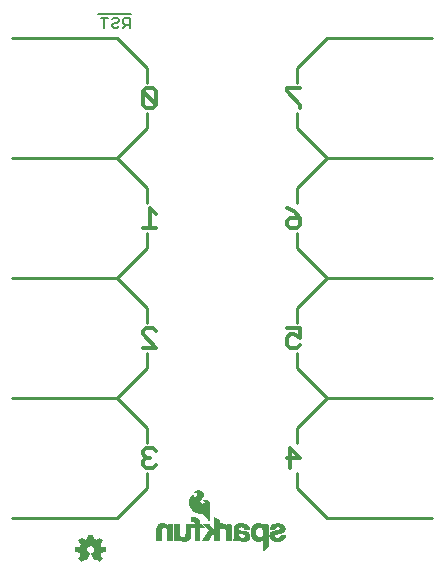
<source format=gbo>
G75*
%MOIN*%
%OFA0B0*%
%FSLAX25Y25*%
%IPPOS*%
%LPD*%
%AMOC8*
5,1,8,0,0,1.08239X$1,22.5*
%
%ADD10C,0.01200*%
%ADD11C,0.01000*%
%ADD12C,0.00600*%
%ADD13C,0.00299*%
%ADD14C,0.00300*%
D10*
X0161879Y0087734D02*
X0163014Y0086600D01*
X0165282Y0086600D01*
X0166416Y0087734D01*
X0164148Y0090003D02*
X0163014Y0090003D01*
X0161879Y0088869D01*
X0161879Y0087734D01*
X0163014Y0090003D02*
X0161879Y0091137D01*
X0161879Y0092272D01*
X0163014Y0093406D01*
X0165282Y0093406D01*
X0166416Y0092272D01*
X0209879Y0090003D02*
X0214416Y0090003D01*
X0211014Y0093406D01*
X0211014Y0086600D01*
X0211014Y0126600D02*
X0209879Y0127734D01*
X0209879Y0130003D01*
X0211014Y0131137D01*
X0212148Y0131137D01*
X0214416Y0130003D01*
X0214416Y0133406D01*
X0209879Y0133406D01*
X0211014Y0126600D02*
X0213282Y0126600D01*
X0214416Y0127734D01*
X0166416Y0126600D02*
X0161879Y0131137D01*
X0161879Y0132272D01*
X0163014Y0133406D01*
X0165282Y0133406D01*
X0166416Y0132272D01*
X0166416Y0126600D02*
X0161879Y0126600D01*
X0161879Y0166600D02*
X0166416Y0166600D01*
X0164148Y0166600D02*
X0164148Y0173406D01*
X0166416Y0171137D01*
X0209879Y0168869D02*
X0211014Y0170003D01*
X0214416Y0170003D01*
X0214416Y0167734D01*
X0213282Y0166600D01*
X0211014Y0166600D01*
X0209879Y0167734D01*
X0209879Y0168869D01*
X0212148Y0172272D02*
X0209879Y0173406D01*
X0212148Y0172272D02*
X0214416Y0170003D01*
X0214416Y0206600D02*
X0214416Y0207734D01*
X0209879Y0212272D01*
X0209879Y0213406D01*
X0214416Y0213406D01*
X0166416Y0212272D02*
X0166416Y0207734D01*
X0161879Y0212272D01*
X0161879Y0207734D01*
X0163014Y0206600D01*
X0165282Y0206600D01*
X0166416Y0207734D01*
X0166416Y0212272D02*
X0165282Y0213406D01*
X0163014Y0213406D01*
X0161879Y0212272D01*
D11*
X0153333Y0070000D02*
X0118333Y0070000D01*
X0153333Y0070000D02*
X0163333Y0080000D01*
X0163333Y0085000D01*
X0163333Y0095000D02*
X0163333Y0100000D01*
X0153333Y0110000D01*
X0163333Y0120000D01*
X0163333Y0125000D01*
X0163333Y0135000D02*
X0163333Y0140000D01*
X0153333Y0150000D01*
X0163333Y0160000D01*
X0163333Y0165000D01*
X0163333Y0175000D02*
X0163333Y0180000D01*
X0153333Y0190000D01*
X0163333Y0200000D01*
X0163333Y0205000D01*
X0163333Y0215000D02*
X0163333Y0220000D01*
X0153333Y0230000D01*
X0118333Y0230000D01*
X0118333Y0190000D02*
X0153333Y0190000D01*
X0153333Y0150000D02*
X0118333Y0150000D01*
X0118333Y0110000D02*
X0153333Y0110000D01*
X0213333Y0100000D02*
X0213333Y0095000D01*
X0213333Y0100000D02*
X0223333Y0110000D01*
X0213333Y0120000D01*
X0213333Y0125000D01*
X0213333Y0135000D02*
X0213333Y0140000D01*
X0223333Y0150000D01*
X0213333Y0160000D01*
X0213333Y0165000D01*
X0213333Y0175000D02*
X0213333Y0180000D01*
X0223333Y0190000D01*
X0258333Y0190000D01*
X0223333Y0190000D02*
X0213333Y0200000D01*
X0213333Y0205000D01*
X0213333Y0215000D02*
X0213333Y0220000D01*
X0223333Y0230000D01*
X0258333Y0230000D01*
X0258333Y0150000D02*
X0223333Y0150000D01*
X0223333Y0110000D02*
X0258333Y0110000D01*
X0213333Y0085000D02*
X0213333Y0080000D01*
X0223333Y0070000D01*
X0258333Y0070000D01*
D12*
X0157558Y0233300D02*
X0157558Y0236703D01*
X0155857Y0236703D01*
X0155289Y0236136D01*
X0155289Y0235001D01*
X0155857Y0234434D01*
X0157558Y0234434D01*
X0156424Y0234434D02*
X0155289Y0233300D01*
X0153875Y0233867D02*
X0153308Y0233300D01*
X0152173Y0233300D01*
X0151606Y0233867D01*
X0151606Y0234434D01*
X0152173Y0235001D01*
X0153308Y0235001D01*
X0153875Y0235569D01*
X0153875Y0236136D01*
X0153308Y0236703D01*
X0152173Y0236703D01*
X0151606Y0236136D01*
X0150192Y0236703D02*
X0147923Y0236703D01*
X0149057Y0236703D02*
X0149057Y0233300D01*
X0146809Y0237900D02*
X0157858Y0237900D01*
D13*
X0144961Y0064360D02*
X0145197Y0062982D01*
X0145236Y0062982D01*
X0145315Y0062942D01*
X0145394Y0062942D01*
X0145433Y0062903D01*
X0145512Y0062903D01*
X0145591Y0062864D01*
X0145630Y0062864D01*
X0145709Y0062824D01*
X0145748Y0062785D01*
X0145827Y0062785D01*
X0145866Y0062746D01*
X0145945Y0062706D01*
X0145985Y0062667D01*
X0146063Y0062667D01*
X0146103Y0062627D01*
X0146181Y0062588D01*
X0147323Y0063375D01*
X0148189Y0062509D01*
X0147402Y0061368D01*
X0147441Y0061328D01*
X0147441Y0061249D01*
X0147481Y0061210D01*
X0147520Y0061131D01*
X0147559Y0061092D01*
X0147559Y0061013D01*
X0147599Y0060974D01*
X0147638Y0060895D01*
X0147638Y0060856D01*
X0147717Y0060698D01*
X0147717Y0060659D01*
X0147756Y0060580D01*
X0147756Y0060541D01*
X0147796Y0060462D01*
X0147796Y0060383D01*
X0149173Y0060147D01*
X0149173Y0058887D01*
X0147796Y0058651D01*
X0147796Y0058612D01*
X0147756Y0058533D01*
X0147756Y0058454D01*
X0147717Y0058415D01*
X0147717Y0058336D01*
X0147677Y0058297D01*
X0147638Y0058218D01*
X0147638Y0058139D01*
X0147599Y0058100D01*
X0147599Y0058021D01*
X0147559Y0057982D01*
X0147520Y0057903D01*
X0147481Y0057864D01*
X0147441Y0057785D01*
X0147441Y0057746D01*
X0147402Y0057667D01*
X0148189Y0056564D01*
X0147323Y0055659D01*
X0146181Y0056446D01*
X0146142Y0056446D01*
X0146103Y0056407D01*
X0146063Y0056407D01*
X0146024Y0056368D01*
X0145985Y0056368D01*
X0145945Y0056328D01*
X0145906Y0056328D01*
X0145866Y0056289D01*
X0145827Y0056289D01*
X0145788Y0056249D01*
X0145748Y0056249D01*
X0145709Y0056210D01*
X0145630Y0056210D01*
X0145591Y0056171D01*
X0144803Y0058297D01*
X0144922Y0058336D01*
X0147717Y0058336D01*
X0147796Y0058634D02*
X0145326Y0058634D01*
X0145315Y0058612D02*
X0145355Y0058690D01*
X0145433Y0058769D01*
X0145512Y0058927D01*
X0145551Y0059045D01*
X0145630Y0059202D01*
X0145630Y0059320D01*
X0145670Y0059438D01*
X0145670Y0059675D01*
X0145512Y0060147D01*
X0145355Y0060383D01*
X0145276Y0060462D01*
X0145158Y0060541D01*
X0145079Y0060620D01*
X0144961Y0060698D01*
X0144843Y0060738D01*
X0144725Y0060816D01*
X0144607Y0060816D01*
X0144449Y0060856D01*
X0144173Y0060856D01*
X0144055Y0060816D01*
X0143937Y0060816D01*
X0143819Y0060738D01*
X0143701Y0060698D01*
X0143465Y0060541D01*
X0143307Y0060383D01*
X0143150Y0060147D01*
X0143110Y0060029D01*
X0143032Y0059911D01*
X0143032Y0059793D01*
X0142992Y0059675D01*
X0142992Y0059320D01*
X0143032Y0059202D01*
X0143032Y0059123D01*
X0143071Y0059045D01*
X0143110Y0058927D01*
X0143150Y0058848D01*
X0143229Y0058769D01*
X0143268Y0058690D01*
X0143425Y0058533D01*
X0143504Y0058494D01*
X0143583Y0058415D01*
X0143819Y0058297D01*
X0143032Y0056171D01*
X0143032Y0056210D01*
X0142953Y0056210D01*
X0142914Y0056249D01*
X0142874Y0056249D01*
X0142835Y0056289D01*
X0142796Y0056289D01*
X0142756Y0056328D01*
X0142677Y0056328D01*
X0142638Y0056368D01*
X0142599Y0056368D01*
X0142520Y0056446D01*
X0142481Y0056446D01*
X0141339Y0055659D01*
X0140433Y0056564D01*
X0141260Y0057667D01*
X0141221Y0057746D01*
X0141181Y0057785D01*
X0141142Y0057864D01*
X0141142Y0057903D01*
X0141103Y0057982D01*
X0141063Y0058021D01*
X0141024Y0058100D01*
X0141024Y0058139D01*
X0140945Y0058297D01*
X0140945Y0058336D01*
X0140906Y0058415D01*
X0140906Y0058454D01*
X0140866Y0058533D01*
X0140866Y0058612D01*
X0140827Y0058651D01*
X0139449Y0058887D01*
X0139449Y0060147D01*
X0140866Y0060383D01*
X0140866Y0060541D01*
X0140906Y0060580D01*
X0140906Y0060659D01*
X0140945Y0060698D01*
X0140985Y0060777D01*
X0140985Y0060856D01*
X0141024Y0060895D01*
X0141024Y0060974D01*
X0141063Y0061013D01*
X0141103Y0061092D01*
X0141142Y0061131D01*
X0141142Y0061210D01*
X0141181Y0061249D01*
X0141221Y0061328D01*
X0141260Y0061368D01*
X0140433Y0062509D01*
X0141339Y0063375D01*
X0142481Y0062588D01*
X0142520Y0062627D01*
X0142599Y0062667D01*
X0142638Y0062667D01*
X0142717Y0062706D01*
X0142756Y0062746D01*
X0142835Y0062785D01*
X0142874Y0062785D01*
X0142953Y0062824D01*
X0142992Y0062864D01*
X0143071Y0062864D01*
X0143150Y0062903D01*
X0143189Y0062903D01*
X0143268Y0062942D01*
X0143307Y0062942D01*
X0143386Y0062982D01*
X0143465Y0062982D01*
X0143701Y0064360D01*
X0144961Y0064360D01*
X0144973Y0064291D02*
X0143689Y0064291D01*
X0143638Y0063993D02*
X0145024Y0063993D01*
X0145075Y0063695D02*
X0143587Y0063695D01*
X0143536Y0063398D02*
X0145126Y0063398D01*
X0145177Y0063100D02*
X0143485Y0063100D01*
X0142909Y0062802D02*
X0145731Y0062802D01*
X0146492Y0062802D02*
X0147896Y0062802D01*
X0148186Y0062504D02*
X0140437Y0062504D01*
X0140652Y0062207D02*
X0147981Y0062207D01*
X0147775Y0061909D02*
X0140868Y0061909D01*
X0141084Y0061611D02*
X0147570Y0061611D01*
X0147441Y0061314D02*
X0141213Y0061314D01*
X0141065Y0061016D02*
X0147559Y0061016D01*
X0147707Y0060718D02*
X0144902Y0060718D01*
X0145318Y0060420D02*
X0147796Y0060420D01*
X0149173Y0060123D02*
X0145520Y0060123D01*
X0145619Y0059825D02*
X0149173Y0059825D01*
X0149173Y0059527D02*
X0145670Y0059527D01*
X0145630Y0059229D02*
X0149173Y0059229D01*
X0149173Y0058932D02*
X0145514Y0058932D01*
X0145315Y0058612D02*
X0145236Y0058533D01*
X0145158Y0058494D01*
X0145079Y0058415D01*
X0144922Y0058336D01*
X0144899Y0058039D02*
X0147599Y0058039D01*
X0147439Y0057741D02*
X0145009Y0057741D01*
X0145120Y0057443D02*
X0147562Y0057443D01*
X0147774Y0057145D02*
X0145230Y0057145D01*
X0145340Y0056848D02*
X0147987Y0056848D01*
X0148175Y0056550D02*
X0145450Y0056550D01*
X0145561Y0056252D02*
X0145790Y0056252D01*
X0146463Y0056252D02*
X0147891Y0056252D01*
X0147606Y0055954D02*
X0146895Y0055954D01*
X0143393Y0057145D02*
X0140869Y0057145D01*
X0140646Y0056848D02*
X0143282Y0056848D01*
X0143172Y0056550D02*
X0140448Y0056550D01*
X0140746Y0056252D02*
X0142199Y0056252D01*
X0141767Y0055954D02*
X0141043Y0055954D01*
X0141092Y0057443D02*
X0143503Y0057443D01*
X0143613Y0057741D02*
X0141223Y0057741D01*
X0141055Y0058039D02*
X0143724Y0058039D01*
X0143740Y0058336D02*
X0140945Y0058336D01*
X0140844Y0058634D02*
X0143324Y0058634D01*
X0143109Y0058932D02*
X0139449Y0058932D01*
X0139449Y0059229D02*
X0143023Y0059229D01*
X0142992Y0059527D02*
X0139449Y0059527D01*
X0139449Y0059825D02*
X0143032Y0059825D01*
X0143142Y0060123D02*
X0139449Y0060123D01*
X0140866Y0060420D02*
X0143344Y0060420D01*
X0143760Y0060718D02*
X0140955Y0060718D01*
X0140739Y0062802D02*
X0142170Y0062802D01*
X0141738Y0063100D02*
X0141051Y0063100D01*
X0146923Y0063100D02*
X0147599Y0063100D01*
X0143062Y0056252D02*
X0142872Y0056252D01*
D14*
X0166396Y0062453D02*
X0167932Y0062453D01*
X0167932Y0065602D01*
X0167971Y0065917D01*
X0168010Y0066193D01*
X0168050Y0066429D01*
X0168168Y0066626D01*
X0168286Y0066783D01*
X0168483Y0066902D01*
X0168680Y0066941D01*
X0168916Y0066980D01*
X0169231Y0066941D01*
X0169467Y0066902D01*
X0169664Y0066783D01*
X0169822Y0066587D01*
X0169940Y0066390D01*
X0170058Y0066114D01*
X0170097Y0065760D01*
X0170097Y0062453D01*
X0171633Y0062453D01*
X0171633Y0067335D01*
X0171633Y0068043D01*
X0170176Y0068043D01*
X0170176Y0067256D01*
X0170136Y0067256D01*
X0169979Y0067492D01*
X0169822Y0067650D01*
X0169625Y0067807D01*
X0169388Y0067965D01*
X0169152Y0068043D01*
X0168916Y0068122D01*
X0168680Y0068161D01*
X0168444Y0068161D01*
X0167892Y0068122D01*
X0167459Y0068004D01*
X0167105Y0067807D01*
X0166829Y0067531D01*
X0166633Y0067217D01*
X0166514Y0066823D01*
X0166436Y0066390D01*
X0166396Y0065878D01*
X0166396Y0062453D01*
X0166396Y0062537D02*
X0167932Y0062537D01*
X0167932Y0062836D02*
X0166396Y0062836D01*
X0166396Y0063134D02*
X0167932Y0063134D01*
X0167932Y0063433D02*
X0166396Y0063433D01*
X0166396Y0063732D02*
X0167932Y0063732D01*
X0167932Y0064030D02*
X0166396Y0064030D01*
X0166396Y0064329D02*
X0167932Y0064329D01*
X0167932Y0064627D02*
X0166396Y0064627D01*
X0166396Y0064926D02*
X0167932Y0064926D01*
X0167932Y0065224D02*
X0166396Y0065224D01*
X0166396Y0065523D02*
X0167932Y0065523D01*
X0167959Y0065821D02*
X0166396Y0065821D01*
X0166415Y0066120D02*
X0168000Y0066120D01*
X0168048Y0066418D02*
X0166441Y0066418D01*
X0166495Y0066717D02*
X0168236Y0066717D01*
X0169717Y0066717D02*
X0171633Y0066717D01*
X0171633Y0067015D02*
X0166572Y0067015D01*
X0166693Y0067314D02*
X0170098Y0067314D01*
X0170176Y0067314D02*
X0171633Y0067314D01*
X0171633Y0067612D02*
X0170176Y0067612D01*
X0170176Y0067911D02*
X0171633Y0067911D01*
X0172459Y0067911D02*
X0173995Y0067911D01*
X0173995Y0068043D02*
X0172459Y0068043D01*
X0172459Y0063161D01*
X0172459Y0062453D01*
X0173916Y0062453D01*
X0173916Y0063240D01*
X0173955Y0063240D01*
X0174113Y0063004D01*
X0174270Y0062807D01*
X0174467Y0062650D01*
X0174703Y0062531D01*
X0174900Y0062453D01*
X0175136Y0062374D01*
X0175412Y0062335D01*
X0175648Y0062295D01*
X0176199Y0062335D01*
X0176633Y0062492D01*
X0176987Y0062689D01*
X0177262Y0062925D01*
X0177459Y0063280D01*
X0177577Y0063673D01*
X0177656Y0064106D01*
X0177656Y0068043D01*
X0176160Y0068043D01*
X0176160Y0064894D01*
X0176121Y0064579D01*
X0176081Y0064264D01*
X0176042Y0064028D01*
X0175924Y0063870D01*
X0175806Y0063713D01*
X0175609Y0063594D01*
X0175412Y0063555D01*
X0175176Y0063516D01*
X0174861Y0063555D01*
X0174625Y0063594D01*
X0174428Y0063713D01*
X0174270Y0063870D01*
X0174152Y0064106D01*
X0174034Y0064382D01*
X0173995Y0064697D01*
X0173995Y0068043D01*
X0173995Y0067612D02*
X0172459Y0067612D01*
X0172459Y0067314D02*
X0173995Y0067314D01*
X0173995Y0067015D02*
X0172459Y0067015D01*
X0172459Y0066717D02*
X0173995Y0066717D01*
X0173995Y0066418D02*
X0172459Y0066418D01*
X0172459Y0066120D02*
X0173995Y0066120D01*
X0173995Y0065821D02*
X0172459Y0065821D01*
X0172459Y0065523D02*
X0173995Y0065523D01*
X0173995Y0065224D02*
X0172459Y0065224D01*
X0172459Y0064926D02*
X0173995Y0064926D01*
X0174003Y0064627D02*
X0172459Y0064627D01*
X0172459Y0064329D02*
X0174057Y0064329D01*
X0174190Y0064030D02*
X0172459Y0064030D01*
X0172459Y0063732D02*
X0174409Y0063732D01*
X0174026Y0063134D02*
X0177379Y0063134D01*
X0177505Y0063433D02*
X0172459Y0063433D01*
X0172459Y0063134D02*
X0173916Y0063134D01*
X0173916Y0062836D02*
X0172459Y0062836D01*
X0172459Y0062537D02*
X0173916Y0062537D01*
X0174247Y0062836D02*
X0177158Y0062836D01*
X0176714Y0062537D02*
X0174691Y0062537D01*
X0175820Y0063732D02*
X0177588Y0063732D01*
X0177642Y0064030D02*
X0176042Y0064030D01*
X0176089Y0064329D02*
X0177656Y0064329D01*
X0177656Y0064627D02*
X0176127Y0064627D01*
X0176160Y0064926D02*
X0177656Y0064926D01*
X0177656Y0065224D02*
X0176160Y0065224D01*
X0176160Y0065523D02*
X0177656Y0065523D01*
X0177656Y0065821D02*
X0176160Y0065821D01*
X0176160Y0066120D02*
X0177656Y0066120D01*
X0177656Y0066418D02*
X0176160Y0066418D01*
X0176160Y0066717D02*
X0177656Y0066717D01*
X0177656Y0067015D02*
X0176160Y0067015D01*
X0176160Y0067314D02*
X0177656Y0067314D01*
X0177656Y0067612D02*
X0176160Y0067612D01*
X0176160Y0067911D02*
X0177656Y0067911D01*
X0178129Y0067911D02*
X0181260Y0067911D01*
X0181278Y0067886D02*
X0181160Y0068043D01*
X0180688Y0068043D01*
X0180688Y0068831D01*
X0180570Y0069146D01*
X0180451Y0069421D01*
X0180255Y0069657D01*
X0179979Y0069854D01*
X0179664Y0070012D01*
X0179270Y0070130D01*
X0178129Y0070130D01*
X0178050Y0070091D01*
X0178050Y0068988D01*
X0178719Y0068988D01*
X0178877Y0068949D01*
X0178955Y0068909D01*
X0179034Y0068870D01*
X0179113Y0068752D01*
X0179152Y0068673D01*
X0179152Y0068516D01*
X0179192Y0068358D01*
X0179192Y0068043D01*
X0178129Y0068043D01*
X0178129Y0067020D01*
X0179192Y0067020D01*
X0179192Y0062453D01*
X0180688Y0062453D01*
X0180688Y0066429D01*
X0180688Y0067020D01*
X0182223Y0067020D01*
X0182066Y0067138D01*
X0181948Y0067256D01*
X0181829Y0067374D01*
X0181672Y0067531D01*
X0181554Y0067650D01*
X0181436Y0067768D01*
X0181278Y0067886D01*
X0181591Y0067612D02*
X0178129Y0067612D01*
X0178129Y0067314D02*
X0181890Y0067314D01*
X0182308Y0067612D02*
X0184094Y0067612D01*
X0184381Y0067314D02*
X0182612Y0067314D01*
X0182917Y0067015D02*
X0184668Y0067015D01*
X0184954Y0066717D02*
X0183221Y0066717D01*
X0183525Y0066418D02*
X0185241Y0066418D01*
X0185609Y0066418D02*
X0187144Y0066418D01*
X0187144Y0066120D02*
X0185609Y0066120D01*
X0185528Y0066120D02*
X0183829Y0066120D01*
X0183955Y0065996D02*
X0181633Y0062453D01*
X0183483Y0062453D01*
X0185018Y0064933D01*
X0185609Y0064382D01*
X0185609Y0062453D01*
X0187144Y0062453D01*
X0187144Y0069303D01*
X0185609Y0070130D01*
X0185609Y0066035D01*
X0183680Y0068043D01*
X0181869Y0068043D01*
X0183955Y0065996D01*
X0183841Y0065821D02*
X0187144Y0065821D01*
X0187144Y0065523D02*
X0183645Y0065523D01*
X0183449Y0065224D02*
X0187144Y0065224D01*
X0187144Y0064926D02*
X0185026Y0064926D01*
X0185014Y0064926D02*
X0183254Y0064926D01*
X0183058Y0064627D02*
X0184829Y0064627D01*
X0184644Y0064329D02*
X0182862Y0064329D01*
X0182667Y0064030D02*
X0184459Y0064030D01*
X0184275Y0063732D02*
X0182471Y0063732D01*
X0182275Y0063433D02*
X0184090Y0063433D01*
X0183905Y0063134D02*
X0182079Y0063134D01*
X0181884Y0062836D02*
X0183720Y0062836D01*
X0183535Y0062537D02*
X0181688Y0062537D01*
X0180688Y0062537D02*
X0179192Y0062537D01*
X0179192Y0062836D02*
X0180688Y0062836D01*
X0180688Y0063134D02*
X0179192Y0063134D01*
X0179192Y0063433D02*
X0180688Y0063433D01*
X0180688Y0063732D02*
X0179192Y0063732D01*
X0179192Y0064030D02*
X0180688Y0064030D01*
X0180688Y0064329D02*
X0179192Y0064329D01*
X0179192Y0064627D02*
X0180688Y0064627D01*
X0180688Y0064926D02*
X0179192Y0064926D01*
X0179192Y0065224D02*
X0180688Y0065224D01*
X0180688Y0065523D02*
X0179192Y0065523D01*
X0179192Y0065821D02*
X0180688Y0065821D01*
X0180688Y0066120D02*
X0179192Y0066120D01*
X0179192Y0066418D02*
X0180688Y0066418D01*
X0180688Y0066717D02*
X0179192Y0066717D01*
X0179192Y0067015D02*
X0180688Y0067015D01*
X0180688Y0068209D02*
X0179192Y0068209D01*
X0179154Y0068508D02*
X0180688Y0068508D01*
X0180688Y0068806D02*
X0179077Y0068806D01*
X0178050Y0069105D02*
X0180585Y0069105D01*
X0180459Y0069403D02*
X0178050Y0069403D01*
X0178050Y0069702D02*
X0180193Y0069702D01*
X0179687Y0070000D02*
X0178050Y0070000D01*
X0179231Y0072098D02*
X0178837Y0072335D01*
X0178522Y0072610D01*
X0178207Y0072925D01*
X0177932Y0073280D01*
X0177538Y0073988D01*
X0177341Y0074697D01*
X0177302Y0075406D01*
X0177420Y0076035D01*
X0177617Y0076587D01*
X0177892Y0077059D01*
X0178207Y0077413D01*
X0178522Y0077571D01*
X0178522Y0077256D01*
X0178562Y0077138D01*
X0178601Y0077020D01*
X0178719Y0076941D01*
X0178837Y0076902D01*
X0179113Y0076902D01*
X0179270Y0076980D01*
X0179428Y0077059D01*
X0179546Y0077138D01*
X0179703Y0077256D01*
X0179822Y0077335D01*
X0179940Y0077453D01*
X0180018Y0077610D01*
X0180097Y0077728D01*
X0180136Y0077886D01*
X0180176Y0078004D01*
X0180136Y0078122D01*
X0180097Y0078201D01*
X0180058Y0078319D01*
X0179979Y0078437D01*
X0179822Y0078555D01*
X0179664Y0078634D01*
X0179467Y0078673D01*
X0179310Y0078713D01*
X0179192Y0078713D01*
X0179073Y0078673D01*
X0178955Y0078673D01*
X0178995Y0078713D01*
X0179152Y0078831D01*
X0179388Y0078949D01*
X0179703Y0079067D01*
X0180058Y0079185D01*
X0180451Y0079185D01*
X0180885Y0079106D01*
X0181318Y0078870D01*
X0181672Y0078555D01*
X0181869Y0078280D01*
X0181987Y0077925D01*
X0181987Y0077610D01*
X0181908Y0077256D01*
X0181711Y0076902D01*
X0181436Y0076587D01*
X0181121Y0076232D01*
X0180845Y0075917D01*
X0180727Y0075642D01*
X0180727Y0075366D01*
X0180806Y0075130D01*
X0180963Y0074933D01*
X0181199Y0074776D01*
X0181514Y0074697D01*
X0181829Y0074697D01*
X0182026Y0074736D01*
X0182223Y0074815D01*
X0182341Y0074894D01*
X0182459Y0075012D01*
X0182538Y0075169D01*
X0182577Y0075287D01*
X0182577Y0075406D01*
X0182538Y0075524D01*
X0182459Y0075642D01*
X0182381Y0075720D01*
X0182302Y0075799D01*
X0182184Y0075839D01*
X0182105Y0075878D01*
X0182026Y0075917D01*
X0181987Y0075957D01*
X0182066Y0075996D01*
X0182144Y0075996D01*
X0182302Y0076035D01*
X0182617Y0076035D01*
X0182853Y0075996D01*
X0183050Y0075917D01*
X0183247Y0075839D01*
X0183404Y0075720D01*
X0183601Y0075602D01*
X0183719Y0075406D01*
X0183837Y0075169D01*
X0183916Y0074933D01*
X0183955Y0074579D01*
X0183995Y0074224D01*
X0183995Y0069185D01*
X0183955Y0069185D01*
X0183877Y0069303D01*
X0183759Y0069421D01*
X0183640Y0069579D01*
X0183444Y0069776D01*
X0183247Y0070012D01*
X0183010Y0070248D01*
X0182814Y0070524D01*
X0182538Y0070799D01*
X0182302Y0071035D01*
X0182105Y0071272D01*
X0181908Y0071429D01*
X0181711Y0071587D01*
X0181514Y0071705D01*
X0181278Y0071744D01*
X0180530Y0071744D01*
X0180058Y0071823D01*
X0179625Y0071941D01*
X0179231Y0072098D01*
X0179252Y0072090D02*
X0183995Y0072090D01*
X0183995Y0072388D02*
X0178776Y0072388D01*
X0178446Y0072687D02*
X0183995Y0072687D01*
X0183995Y0072985D02*
X0178161Y0072985D01*
X0177929Y0073284D02*
X0183995Y0073284D01*
X0183995Y0073582D02*
X0177763Y0073582D01*
X0177598Y0073881D02*
X0183995Y0073881D01*
X0183995Y0074179D02*
X0177485Y0074179D01*
X0177402Y0074478D02*
X0183967Y0074478D01*
X0183933Y0074776D02*
X0182127Y0074776D01*
X0182491Y0075075D02*
X0183869Y0075075D01*
X0183735Y0075373D02*
X0182577Y0075373D01*
X0182429Y0075672D02*
X0183485Y0075672D01*
X0182917Y0075970D02*
X0182014Y0075970D01*
X0181419Y0076568D02*
X0177610Y0076568D01*
X0177503Y0076269D02*
X0181153Y0076269D01*
X0180892Y0075970D02*
X0177408Y0075970D01*
X0177352Y0075672D02*
X0180740Y0075672D01*
X0180727Y0075373D02*
X0177304Y0075373D01*
X0177320Y0075075D02*
X0180850Y0075075D01*
X0181198Y0074776D02*
X0177337Y0074776D01*
X0177780Y0076866D02*
X0181680Y0076866D01*
X0181857Y0077165D02*
X0179582Y0077165D01*
X0179945Y0077463D02*
X0181954Y0077463D01*
X0181987Y0077762D02*
X0180105Y0077762D01*
X0180157Y0078060D02*
X0181942Y0078060D01*
X0181812Y0078359D02*
X0180031Y0078359D01*
X0179548Y0078657D02*
X0181557Y0078657D01*
X0181161Y0078956D02*
X0179407Y0078956D01*
X0178522Y0077463D02*
X0178307Y0077463D01*
X0178553Y0077165D02*
X0177986Y0077165D01*
X0180247Y0071791D02*
X0183995Y0071791D01*
X0183995Y0071493D02*
X0181829Y0071493D01*
X0182169Y0071194D02*
X0183995Y0071194D01*
X0183995Y0070896D02*
X0182441Y0070896D01*
X0182740Y0070597D02*
X0183995Y0070597D01*
X0183995Y0070299D02*
X0182974Y0070299D01*
X0183256Y0070000D02*
X0183995Y0070000D01*
X0183995Y0069702D02*
X0183517Y0069702D01*
X0183777Y0069403D02*
X0183995Y0069403D01*
X0183807Y0067911D02*
X0182004Y0067911D01*
X0185609Y0067911D02*
X0187144Y0067911D01*
X0187144Y0068209D02*
X0185609Y0068209D01*
X0185609Y0068508D02*
X0187144Y0068508D01*
X0187144Y0068806D02*
X0185609Y0068806D01*
X0185609Y0069105D02*
X0187144Y0069105D01*
X0186958Y0069403D02*
X0185609Y0069403D01*
X0185609Y0069702D02*
X0186404Y0069702D01*
X0185850Y0070000D02*
X0185609Y0070000D01*
X0185609Y0067612D02*
X0187144Y0067612D01*
X0187144Y0067314D02*
X0185609Y0067314D01*
X0185609Y0067015D02*
X0187144Y0067015D01*
X0187144Y0066717D02*
X0185609Y0066717D01*
X0185346Y0064627D02*
X0187144Y0064627D01*
X0187144Y0064329D02*
X0185609Y0064329D01*
X0185609Y0064030D02*
X0187144Y0064030D01*
X0187144Y0063732D02*
X0185609Y0063732D01*
X0185609Y0063433D02*
X0187144Y0063433D01*
X0187144Y0063134D02*
X0185609Y0063134D01*
X0185609Y0062836D02*
X0187144Y0062836D01*
X0187144Y0062537D02*
X0185609Y0062537D01*
X0189782Y0062537D02*
X0191318Y0062537D01*
X0191318Y0062453D02*
X0191318Y0067098D01*
X0191318Y0067768D01*
X0191121Y0067807D01*
X0190963Y0067846D01*
X0190766Y0067846D01*
X0190570Y0067886D01*
X0190412Y0067925D01*
X0190215Y0067965D01*
X0190018Y0068004D01*
X0189861Y0068043D01*
X0189861Y0066980D01*
X0189703Y0067256D01*
X0189546Y0067453D01*
X0189349Y0067689D01*
X0189152Y0067846D01*
X0188877Y0068004D01*
X0188640Y0068083D01*
X0188365Y0068161D01*
X0187814Y0068161D01*
X0187774Y0068122D01*
X0187735Y0068122D01*
X0187735Y0066705D01*
X0187774Y0066705D01*
X0187853Y0066744D01*
X0188286Y0066744D01*
X0188680Y0066705D01*
X0188995Y0066626D01*
X0189270Y0066469D01*
X0189467Y0066232D01*
X0189625Y0065957D01*
X0189703Y0065681D01*
X0189782Y0065327D01*
X0189782Y0062453D01*
X0191318Y0062453D01*
X0191318Y0062836D02*
X0189782Y0062836D01*
X0189782Y0063134D02*
X0191318Y0063134D01*
X0191318Y0063433D02*
X0189782Y0063433D01*
X0189782Y0063732D02*
X0191318Y0063732D01*
X0191318Y0064030D02*
X0189782Y0064030D01*
X0189782Y0064329D02*
X0191318Y0064329D01*
X0191318Y0064627D02*
X0189782Y0064627D01*
X0189782Y0064926D02*
X0191318Y0064926D01*
X0191318Y0065224D02*
X0189782Y0065224D01*
X0189739Y0065523D02*
X0191318Y0065523D01*
X0191318Y0065821D02*
X0189663Y0065821D01*
X0189532Y0066120D02*
X0191318Y0066120D01*
X0191318Y0066418D02*
X0189312Y0066418D01*
X0189841Y0067015D02*
X0187735Y0067015D01*
X0187735Y0066717D02*
X0187798Y0066717D01*
X0187735Y0067314D02*
X0189657Y0067314D01*
X0189861Y0067314D02*
X0191318Y0067314D01*
X0191318Y0067612D02*
X0189861Y0067612D01*
X0189861Y0067911D02*
X0190470Y0067911D01*
X0189861Y0067015D02*
X0191318Y0067015D01*
X0191318Y0066717D02*
X0188561Y0066717D01*
X0187735Y0067612D02*
X0189413Y0067612D01*
X0189040Y0067911D02*
X0187735Y0067911D01*
X0192222Y0067015D02*
X0193986Y0067015D01*
X0193995Y0067020D02*
X0194073Y0067059D01*
X0194152Y0067098D01*
X0194231Y0067098D01*
X0194310Y0067138D01*
X0195018Y0067138D01*
X0195097Y0067098D01*
X0195176Y0067059D01*
X0195255Y0067020D01*
X0195333Y0066980D01*
X0195412Y0066941D01*
X0195451Y0066902D01*
X0195530Y0066823D01*
X0195570Y0066783D01*
X0195609Y0066705D01*
X0195648Y0066587D01*
X0195688Y0066508D01*
X0195688Y0066311D01*
X0197223Y0066311D01*
X0197184Y0066547D01*
X0197144Y0066783D01*
X0197066Y0067020D01*
X0196948Y0067177D01*
X0196829Y0067374D01*
X0196711Y0067531D01*
X0196554Y0067650D01*
X0196357Y0067768D01*
X0196160Y0067886D01*
X0195963Y0067965D01*
X0195766Y0068004D01*
X0195530Y0068083D01*
X0195294Y0068122D01*
X0195097Y0068161D01*
X0194192Y0068161D01*
X0193995Y0068122D01*
X0193759Y0068122D01*
X0193562Y0068083D01*
X0193365Y0068004D01*
X0193168Y0067965D01*
X0192971Y0067886D01*
X0192814Y0067768D01*
X0192656Y0067650D01*
X0192499Y0067531D01*
X0192381Y0067374D01*
X0192302Y0067217D01*
X0192223Y0067020D01*
X0192184Y0066823D01*
X0192184Y0063398D01*
X0192144Y0063319D01*
X0192144Y0062965D01*
X0192105Y0062886D01*
X0192105Y0062807D01*
X0192066Y0062728D01*
X0192066Y0062610D01*
X0192026Y0062531D01*
X0191987Y0062492D01*
X0191987Y0062453D01*
X0193522Y0062453D01*
X0193522Y0062492D01*
X0193562Y0062531D01*
X0193562Y0062571D01*
X0193601Y0062610D01*
X0193601Y0062728D01*
X0193640Y0062768D01*
X0193640Y0063004D01*
X0193719Y0062886D01*
X0193837Y0062807D01*
X0193916Y0062728D01*
X0194034Y0062650D01*
X0194152Y0062610D01*
X0194270Y0062531D01*
X0194388Y0062492D01*
X0194507Y0062453D01*
X0194625Y0062413D01*
X0194743Y0062374D01*
X0194861Y0062374D01*
X0194979Y0062335D01*
X0195136Y0062335D01*
X0195255Y0062295D01*
X0195688Y0062295D01*
X0195885Y0062335D01*
X0196081Y0062335D01*
X0196239Y0062374D01*
X0196436Y0062453D01*
X0196593Y0062531D01*
X0196711Y0062610D01*
X0196869Y0062689D01*
X0196987Y0062807D01*
X0197066Y0062925D01*
X0197184Y0063083D01*
X0197262Y0063201D01*
X0197302Y0063398D01*
X0197381Y0063555D01*
X0197381Y0063752D01*
X0197420Y0063949D01*
X0197341Y0064382D01*
X0197223Y0064736D01*
X0197066Y0065012D01*
X0196790Y0065248D01*
X0196514Y0065406D01*
X0196199Y0065524D01*
X0195885Y0065602D01*
X0195530Y0065642D01*
X0195215Y0064815D01*
X0195333Y0064776D01*
X0195412Y0064736D01*
X0195451Y0064697D01*
X0195530Y0064657D01*
X0195609Y0064618D01*
X0195648Y0064579D01*
X0195727Y0064539D01*
X0195766Y0064461D01*
X0195806Y0064382D01*
X0195845Y0064303D01*
X0195845Y0064224D01*
X0195885Y0064146D01*
X0195885Y0063949D01*
X0195845Y0063831D01*
X0195845Y0063752D01*
X0195806Y0063673D01*
X0195766Y0063634D01*
X0195727Y0063555D01*
X0195648Y0063516D01*
X0195609Y0063476D01*
X0195530Y0063437D01*
X0195451Y0063398D01*
X0195373Y0063398D01*
X0195294Y0063358D01*
X0195215Y0063358D01*
X0195136Y0063319D01*
X0194940Y0063319D01*
X0194743Y0063358D01*
X0194546Y0063358D01*
X0194388Y0063437D01*
X0194231Y0063476D01*
X0194113Y0063555D01*
X0194034Y0063634D01*
X0193955Y0063752D01*
X0193877Y0063831D01*
X0193837Y0063949D01*
X0193798Y0064067D01*
X0193759Y0064146D01*
X0193719Y0064264D01*
X0193719Y0065169D01*
X0193759Y0065130D01*
X0193798Y0065091D01*
X0193877Y0065091D01*
X0193955Y0065051D01*
X0194034Y0065012D01*
X0194113Y0065012D01*
X0194192Y0064972D01*
X0194349Y0064972D01*
X0194546Y0065760D01*
X0194270Y0065839D01*
X0194034Y0065917D01*
X0193837Y0066035D01*
X0193719Y0066193D01*
X0193719Y0066626D01*
X0193759Y0066705D01*
X0193798Y0066783D01*
X0193837Y0066862D01*
X0193877Y0066902D01*
X0193916Y0066980D01*
X0193995Y0067020D01*
X0193764Y0066717D02*
X0192184Y0066717D01*
X0192184Y0066418D02*
X0193719Y0066418D01*
X0193774Y0066120D02*
X0192184Y0066120D01*
X0192184Y0065821D02*
X0194332Y0065821D01*
X0194546Y0065760D02*
X0194349Y0064972D01*
X0194428Y0064933D01*
X0194507Y0064933D01*
X0194625Y0064894D01*
X0194782Y0064894D01*
X0194900Y0064854D01*
X0195058Y0064854D01*
X0195136Y0064815D01*
X0195215Y0064815D01*
X0195530Y0065642D01*
X0195176Y0065681D01*
X0194822Y0065720D01*
X0194546Y0065760D01*
X0194487Y0065523D02*
X0192184Y0065523D01*
X0192184Y0065224D02*
X0194412Y0065224D01*
X0195371Y0065224D01*
X0196818Y0065224D01*
X0197115Y0064926D02*
X0195257Y0064926D01*
X0194529Y0064926D01*
X0194487Y0065523D02*
X0195485Y0065523D01*
X0196202Y0065523D01*
X0195688Y0066418D02*
X0197205Y0066418D01*
X0197155Y0066717D02*
X0195603Y0066717D01*
X0195264Y0067015D02*
X0197067Y0067015D01*
X0196866Y0067314D02*
X0192350Y0067314D01*
X0192606Y0067612D02*
X0196604Y0067612D01*
X0196098Y0067911D02*
X0193033Y0067911D01*
X0193719Y0064926D02*
X0192184Y0064926D01*
X0192184Y0064627D02*
X0193719Y0064627D01*
X0193719Y0064329D02*
X0192184Y0064329D01*
X0192184Y0064030D02*
X0193810Y0064030D01*
X0193969Y0063732D02*
X0192184Y0063732D01*
X0192184Y0063433D02*
X0194396Y0063433D01*
X0193794Y0062836D02*
X0197006Y0062836D01*
X0197218Y0063134D02*
X0192144Y0063134D01*
X0192105Y0062836D02*
X0193640Y0062836D01*
X0193562Y0062537D02*
X0192029Y0062537D01*
X0194261Y0062537D02*
X0196602Y0062537D01*
X0197320Y0063433D02*
X0195522Y0063433D01*
X0195835Y0063732D02*
X0197381Y0063732D01*
X0197405Y0064030D02*
X0195885Y0064030D01*
X0195832Y0064329D02*
X0197351Y0064329D01*
X0197259Y0064627D02*
X0195591Y0064627D01*
X0197870Y0064926D02*
X0199388Y0064926D01*
X0199388Y0064894D02*
X0199388Y0065209D01*
X0199388Y0065563D01*
X0199428Y0065878D01*
X0199546Y0066193D01*
X0199664Y0066469D01*
X0199861Y0066705D01*
X0200097Y0066862D01*
X0200373Y0066980D01*
X0200727Y0067020D01*
X0201042Y0066980D01*
X0201357Y0066862D01*
X0201554Y0066705D01*
X0201751Y0066469D01*
X0201869Y0066193D01*
X0201987Y0065878D01*
X0202026Y0065563D01*
X0202026Y0064894D01*
X0201948Y0064579D01*
X0201869Y0064264D01*
X0201751Y0063988D01*
X0201554Y0063791D01*
X0201318Y0063594D01*
X0201042Y0063516D01*
X0200688Y0063476D01*
X0200373Y0063516D01*
X0200058Y0063594D01*
X0199822Y0063791D01*
X0199664Y0063988D01*
X0199546Y0064264D01*
X0198207Y0063634D01*
X0198444Y0063201D01*
X0198798Y0062846D01*
X0199231Y0062531D01*
X0199703Y0062374D01*
X0200294Y0062295D01*
X0200530Y0062335D01*
X0200766Y0062374D01*
X0201003Y0062413D01*
X0201239Y0062531D01*
X0201436Y0062650D01*
X0201633Y0062768D01*
X0201790Y0062965D01*
X0201948Y0063161D01*
X0201987Y0063161D01*
X0201987Y0059146D01*
X0202144Y0059303D01*
X0202341Y0059500D01*
X0202538Y0059657D01*
X0202735Y0059815D01*
X0202932Y0059972D01*
X0203129Y0060169D01*
X0203286Y0060327D01*
X0203483Y0060484D01*
X0203483Y0067768D01*
X0203325Y0067807D01*
X0203129Y0067846D01*
X0202932Y0067846D01*
X0202774Y0067886D01*
X0202577Y0067925D01*
X0202420Y0067965D01*
X0202223Y0068004D01*
X0202026Y0068043D01*
X0202026Y0067335D01*
X0201869Y0067531D01*
X0201711Y0067689D01*
X0201514Y0067846D01*
X0201318Y0067965D01*
X0201121Y0068083D01*
X0200885Y0068122D01*
X0200648Y0068161D01*
X0200373Y0068161D01*
X0199782Y0068122D01*
X0199231Y0067925D01*
X0198798Y0067650D01*
X0198444Y0067256D01*
X0198168Y0066823D01*
X0198010Y0066311D01*
X0197892Y0065760D01*
X0197853Y0065169D01*
X0199388Y0065209D01*
X0197853Y0065169D01*
X0197892Y0064618D01*
X0198010Y0064106D01*
X0198207Y0063634D01*
X0199546Y0064264D01*
X0199428Y0064579D01*
X0199388Y0064894D01*
X0199422Y0064627D02*
X0197892Y0064627D01*
X0197959Y0064329D02*
X0199522Y0064329D01*
X0199646Y0064030D02*
X0199049Y0064030D01*
X0198042Y0064030D01*
X0198167Y0063732D02*
X0198415Y0063732D01*
X0199893Y0063732D01*
X0199223Y0062537D02*
X0201249Y0062537D01*
X0201687Y0062836D02*
X0198812Y0062836D01*
X0198510Y0063134D02*
X0201926Y0063134D01*
X0201987Y0063134D02*
X0203483Y0063134D01*
X0203483Y0062836D02*
X0201987Y0062836D01*
X0201987Y0062537D02*
X0203483Y0062537D01*
X0203483Y0062239D02*
X0201987Y0062239D01*
X0201987Y0061940D02*
X0203483Y0061940D01*
X0203483Y0061642D02*
X0201987Y0061642D01*
X0201987Y0061343D02*
X0203483Y0061343D01*
X0203483Y0061045D02*
X0201987Y0061045D01*
X0201987Y0060746D02*
X0203483Y0060746D01*
X0203437Y0060448D02*
X0201987Y0060448D01*
X0201987Y0060149D02*
X0203109Y0060149D01*
X0202780Y0059851D02*
X0201987Y0059851D01*
X0201987Y0059552D02*
X0202407Y0059552D01*
X0202095Y0059254D02*
X0201987Y0059254D01*
X0204900Y0062728D02*
X0205294Y0062531D01*
X0205727Y0062413D01*
X0206199Y0062335D01*
X0206672Y0062295D01*
X0207144Y0062335D01*
X0207617Y0062413D01*
X0208050Y0062531D01*
X0208444Y0062728D01*
X0208759Y0063004D01*
X0209034Y0063358D01*
X0209192Y0063752D01*
X0209270Y0064264D01*
X0208010Y0064264D01*
X0207814Y0064264D01*
X0207814Y0064028D01*
X0207735Y0063831D01*
X0207617Y0063673D01*
X0207459Y0063555D01*
X0207302Y0063437D01*
X0207066Y0063398D01*
X0206869Y0063358D01*
X0206633Y0063319D01*
X0206475Y0063358D01*
X0206318Y0063358D01*
X0206160Y0063398D01*
X0206003Y0063476D01*
X0205845Y0063594D01*
X0205727Y0063713D01*
X0205688Y0063870D01*
X0205648Y0064028D01*
X0205688Y0064185D01*
X0205766Y0064343D01*
X0205924Y0064461D01*
X0206121Y0064579D01*
X0206357Y0064657D01*
X0206672Y0064736D01*
X0206987Y0064815D01*
X0207381Y0064894D01*
X0207735Y0064972D01*
X0208050Y0065091D01*
X0208325Y0065209D01*
X0208601Y0065366D01*
X0208837Y0065524D01*
X0208995Y0065760D01*
X0209113Y0066035D01*
X0209152Y0066390D01*
X0209113Y0066862D01*
X0208955Y0067256D01*
X0208680Y0067571D01*
X0208404Y0067807D01*
X0208010Y0068004D01*
X0207617Y0068083D01*
X0207184Y0068161D01*
X0206278Y0068161D01*
X0205845Y0068083D01*
X0205451Y0067965D01*
X0205097Y0067807D01*
X0204782Y0067571D01*
X0204546Y0067256D01*
X0204349Y0066862D01*
X0204270Y0066390D01*
X0205727Y0066390D01*
X0205766Y0066587D01*
X0205845Y0066783D01*
X0205924Y0066902D01*
X0206042Y0066980D01*
X0206199Y0067059D01*
X0206396Y0067138D01*
X0207066Y0067138D01*
X0207184Y0067098D01*
X0207341Y0067059D01*
X0207459Y0067020D01*
X0207538Y0066902D01*
X0207617Y0066783D01*
X0207617Y0066626D01*
X0207577Y0066469D01*
X0207459Y0066311D01*
X0207302Y0066193D01*
X0207066Y0066075D01*
X0206829Y0065996D01*
X0206514Y0065957D01*
X0206199Y0065878D01*
X0205885Y0065799D01*
X0205570Y0065720D01*
X0205215Y0065642D01*
X0204940Y0065484D01*
X0204664Y0065327D01*
X0204428Y0065130D01*
X0204270Y0064894D01*
X0204152Y0064618D01*
X0204113Y0064264D01*
X0204192Y0063752D01*
X0204349Y0063319D01*
X0204585Y0063004D01*
X0204900Y0062728D01*
X0204777Y0062836D02*
X0208567Y0062836D01*
X0208860Y0063134D02*
X0204487Y0063134D01*
X0204308Y0063433D02*
X0206089Y0063433D01*
X0205722Y0063732D02*
X0204199Y0063732D01*
X0204149Y0064030D02*
X0205649Y0064030D01*
X0205759Y0064329D02*
X0204120Y0064329D01*
X0204156Y0064627D02*
X0206266Y0064627D01*
X0205972Y0065821D02*
X0209021Y0065821D01*
X0209122Y0066120D02*
X0207155Y0066120D01*
X0207540Y0066418D02*
X0209150Y0066418D01*
X0209125Y0066717D02*
X0207617Y0066717D01*
X0207462Y0067015D02*
X0209052Y0067015D01*
X0208905Y0067314D02*
X0204589Y0067314D01*
X0204426Y0067015D02*
X0206112Y0067015D01*
X0205818Y0066717D02*
X0204325Y0066717D01*
X0204275Y0066418D02*
X0205733Y0066418D01*
X0205007Y0065523D02*
X0208836Y0065523D01*
X0208352Y0065224D02*
X0204541Y0065224D01*
X0204292Y0064926D02*
X0207524Y0064926D01*
X0207814Y0064030D02*
X0209234Y0064030D01*
X0209183Y0063732D02*
X0207661Y0063732D01*
X0207278Y0063433D02*
X0209064Y0063433D01*
X0208062Y0062537D02*
X0205282Y0062537D01*
X0203483Y0063433D02*
X0198317Y0063433D01*
X0197857Y0065224D02*
X0199388Y0065224D01*
X0199388Y0065523D02*
X0197877Y0065523D01*
X0197906Y0065821D02*
X0199421Y0065821D01*
X0199518Y0066120D02*
X0197969Y0066120D01*
X0198043Y0066418D02*
X0199642Y0066418D01*
X0199879Y0066717D02*
X0198135Y0066717D01*
X0198290Y0067015D02*
X0200686Y0067015D01*
X0200763Y0067015D02*
X0203483Y0067015D01*
X0203483Y0066717D02*
X0201539Y0066717D01*
X0201772Y0066418D02*
X0203483Y0066418D01*
X0203483Y0066120D02*
X0201896Y0066120D01*
X0201994Y0065821D02*
X0203483Y0065821D01*
X0203483Y0065523D02*
X0202026Y0065523D01*
X0202026Y0065224D02*
X0203483Y0065224D01*
X0203483Y0064926D02*
X0202026Y0064926D01*
X0201960Y0064627D02*
X0203483Y0064627D01*
X0203483Y0064329D02*
X0201885Y0064329D01*
X0201769Y0064030D02*
X0203483Y0064030D01*
X0203483Y0063732D02*
X0201482Y0063732D01*
X0201788Y0067612D02*
X0198764Y0067612D01*
X0198496Y0067314D02*
X0203483Y0067314D01*
X0203483Y0067612D02*
X0202026Y0067612D01*
X0202026Y0067911D02*
X0202650Y0067911D01*
X0201407Y0067911D02*
X0199208Y0067911D01*
X0204837Y0067612D02*
X0208632Y0067612D01*
X0208197Y0067911D02*
X0205330Y0067911D01*
X0171633Y0066418D02*
X0169923Y0066418D01*
X0170055Y0066120D02*
X0171633Y0066120D01*
X0171633Y0065821D02*
X0170090Y0065821D01*
X0170097Y0065523D02*
X0171633Y0065523D01*
X0171633Y0065224D02*
X0170097Y0065224D01*
X0170097Y0064926D02*
X0171633Y0064926D01*
X0171633Y0064627D02*
X0170097Y0064627D01*
X0170097Y0064329D02*
X0171633Y0064329D01*
X0171633Y0064030D02*
X0170097Y0064030D01*
X0170097Y0063732D02*
X0171633Y0063732D01*
X0171633Y0063433D02*
X0170097Y0063433D01*
X0170097Y0063134D02*
X0171633Y0063134D01*
X0171633Y0062836D02*
X0170097Y0062836D01*
X0170097Y0062537D02*
X0171633Y0062537D01*
X0169859Y0067612D02*
X0166910Y0067612D01*
X0167291Y0067911D02*
X0169469Y0067911D01*
M02*

</source>
